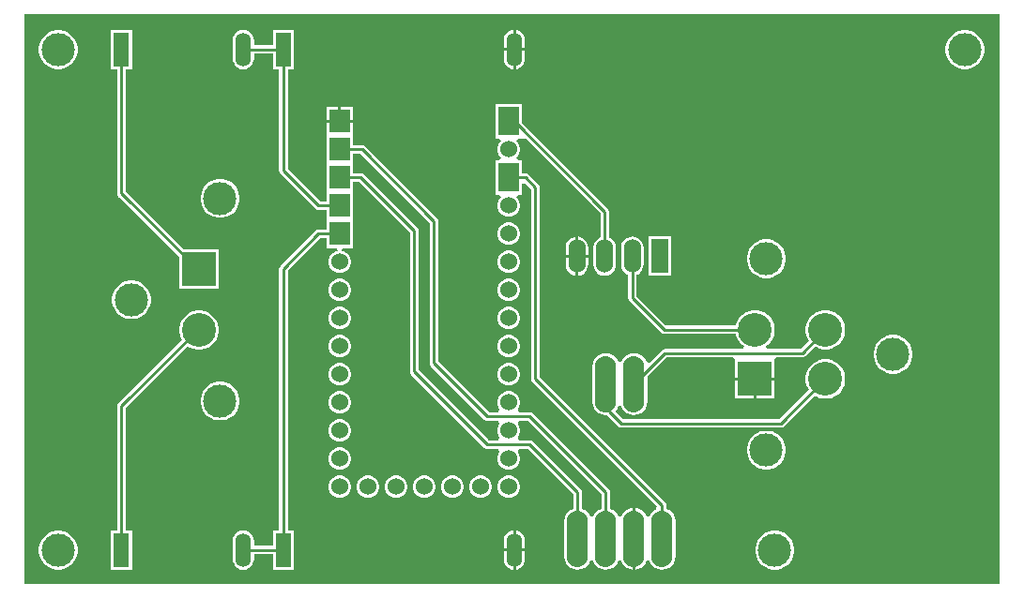
<source format=gbr>
%TF.GenerationSoftware,Altium Limited,Altium Designer,25.1.2 (22)*%
G04 Layer_Physical_Order=2*
G04 Layer_Color=16711680*
%FSLAX45Y45*%
%MOMM*%
%TF.SameCoordinates,C88AD1CA-9631-45E4-BC86-71C5CE7D1C25*%
%TF.FilePolarity,Positive*%
%TF.FileFunction,Copper,L2,Bot,Signal*%
%TF.Part,Single*%
G01*
G75*
%TA.AperFunction,ComponentPad*%
%ADD10C,1.52400*%
%ADD11R,1.89230X2.07010*%
%ADD12R,1.89230X2.60350*%
%ADD13O,1.52400X3.04800*%
%ADD14R,1.52400X3.04800*%
%ADD15R,1.39700X3.04800*%
%ADD16O,1.39700X3.04800*%
%ADD17C,2.99000*%
%ADD18R,3.04800X3.04800*%
%ADD19C,3.04800*%
%TA.AperFunction,ViaPad*%
%ADD20C,3.00000*%
%TA.AperFunction,Conductor*%
%ADD21C,0.25400*%
%TA.AperFunction,ComponentPad*%
%ADD22O,1.90500X5.08000*%
G36*
X9131300Y330200D02*
X330200D01*
Y5473700D01*
X9131300D01*
Y330200D01*
D02*
G37*
%LPC*%
G36*
X4762700Y5333150D02*
Y5168900D01*
X4846072D01*
Y5238750D01*
X4842799Y5263615D01*
X4833201Y5286786D01*
X4817933Y5306683D01*
X4798036Y5321951D01*
X4774865Y5331548D01*
X4762700Y5333150D01*
D02*
G37*
G36*
X4737300D02*
X4725135Y5331548D01*
X4701964Y5321951D01*
X4682067Y5306683D01*
X4666799Y5286786D01*
X4657202Y5263615D01*
X4653928Y5238750D01*
Y5168900D01*
X4737300D01*
Y5333150D01*
D02*
G37*
G36*
X8831075Y5331600D02*
X8796525D01*
X8762638Y5324859D01*
X8730717Y5311637D01*
X8701989Y5292442D01*
X8677558Y5268011D01*
X8658363Y5239283D01*
X8645141Y5207362D01*
X8638400Y5173475D01*
Y5138925D01*
X8645141Y5105038D01*
X8658363Y5073117D01*
X8677558Y5044389D01*
X8701989Y5019958D01*
X8730717Y5000763D01*
X8762638Y4987541D01*
X8796525Y4980800D01*
X8831075D01*
X8864962Y4987541D01*
X8896883Y5000763D01*
X8925611Y5019958D01*
X8950042Y5044389D01*
X8969237Y5073117D01*
X8982459Y5105038D01*
X8989200Y5138925D01*
Y5173475D01*
X8982459Y5207362D01*
X8969237Y5239283D01*
X8950042Y5268011D01*
X8925611Y5292442D01*
X8896883Y5311637D01*
X8864962Y5324859D01*
X8831075Y5331600D01*
D02*
G37*
G36*
X652275D02*
X617725D01*
X583838Y5324859D01*
X551917Y5311637D01*
X523189Y5292442D01*
X498758Y5268011D01*
X479563Y5239283D01*
X466341Y5207362D01*
X459600Y5173475D01*
Y5138925D01*
X466341Y5105038D01*
X479563Y5073117D01*
X498758Y5044389D01*
X523189Y5019958D01*
X551917Y5000763D01*
X583838Y4987541D01*
X617725Y4980800D01*
X652275D01*
X686162Y4987541D01*
X718083Y5000763D01*
X746811Y5019958D01*
X771242Y5044389D01*
X790437Y5073117D01*
X803659Y5105038D01*
X810400Y5138925D01*
Y5173475D01*
X803659Y5207362D01*
X790437Y5239283D01*
X771242Y5268011D01*
X746811Y5292442D01*
X718083Y5311637D01*
X686162Y5324859D01*
X652275Y5331600D01*
D02*
G37*
G36*
X4846072Y5143500D02*
X4762700D01*
Y4979250D01*
X4774865Y4980852D01*
X4798036Y4990449D01*
X4817933Y5005717D01*
X4833201Y5025614D01*
X4842799Y5048785D01*
X4846072Y5073650D01*
Y5143500D01*
D02*
G37*
G36*
X4737300D02*
X4653928D01*
Y5073650D01*
X4657202Y5048785D01*
X4666799Y5025614D01*
X4682067Y5005717D01*
X4701964Y4990449D01*
X4725135Y4980852D01*
X4737300Y4979250D01*
Y5143500D01*
D02*
G37*
G36*
X3295015Y4637405D02*
X3187700D01*
Y4521200D01*
X3295015D01*
Y4637405D01*
D02*
G37*
G36*
X3162300D02*
X3054985D01*
Y4521200D01*
X3162300D01*
Y4637405D01*
D02*
G37*
G36*
X2112726Y3987100D02*
X2078274D01*
X2044484Y3980379D01*
X2012654Y3967195D01*
X1984008Y3948054D01*
X1959647Y3923692D01*
X1940506Y3895046D01*
X1927322Y3863217D01*
X1920600Y3829426D01*
Y3794974D01*
X1927322Y3761184D01*
X1940506Y3729354D01*
X1959647Y3700708D01*
X1984008Y3676346D01*
X2012654Y3657206D01*
X2044484Y3644022D01*
X2078274Y3637300D01*
X2112726D01*
X2146517Y3644022D01*
X2178346Y3657206D01*
X2206993Y3676346D01*
X2231354Y3700708D01*
X2250495Y3729354D01*
X2263679Y3761184D01*
X2270400Y3794974D01*
Y3829426D01*
X2263679Y3863217D01*
X2250495Y3895046D01*
X2231354Y3923692D01*
X2206993Y3948054D01*
X2178346Y3967195D01*
X2146517Y3980379D01*
X2112726Y3987100D01*
D02*
G37*
G36*
X4712376Y3594100D02*
X4685624D01*
X4659784Y3587176D01*
X4636616Y3573800D01*
X4617700Y3554884D01*
X4604324Y3531716D01*
X4597400Y3505876D01*
Y3479124D01*
X4604324Y3453284D01*
X4617700Y3430116D01*
X4636616Y3411200D01*
X4659784Y3397824D01*
X4685624Y3390900D01*
X4712376D01*
X4738216Y3397824D01*
X4761384Y3411200D01*
X4780300Y3430116D01*
X4793676Y3453284D01*
X4800600Y3479124D01*
Y3505876D01*
X4793676Y3531716D01*
X4780300Y3554884D01*
X4761384Y3573800D01*
X4738216Y3587176D01*
X4712376Y3594100D01*
D02*
G37*
G36*
X5327300Y3466305D02*
Y3302000D01*
X5417077D01*
Y3365500D01*
X5413585Y3392023D01*
X5403348Y3416738D01*
X5387062Y3437962D01*
X5365838Y3454248D01*
X5341123Y3464485D01*
X5327300Y3466305D01*
D02*
G37*
G36*
X5301900D02*
X5288077Y3464485D01*
X5263362Y3454248D01*
X5242138Y3437962D01*
X5225852Y3416738D01*
X5215615Y3392023D01*
X5212123Y3365500D01*
Y3302000D01*
X5301900D01*
Y3466305D01*
D02*
G37*
G36*
X4712376Y3340100D02*
X4685624D01*
X4659784Y3333176D01*
X4636616Y3319800D01*
X4617700Y3300884D01*
X4604324Y3277716D01*
X4597400Y3251876D01*
Y3225124D01*
X4604324Y3199284D01*
X4617700Y3176116D01*
X4636616Y3157200D01*
X4659784Y3143824D01*
X4685624Y3136900D01*
X4712376D01*
X4738216Y3143824D01*
X4761384Y3157200D01*
X4780300Y3176116D01*
X4793676Y3199284D01*
X4800600Y3225124D01*
Y3251876D01*
X4793676Y3277716D01*
X4780300Y3300884D01*
X4761384Y3319800D01*
X4738216Y3333176D01*
X4712376Y3340100D01*
D02*
G37*
G36*
X5417077Y3276600D02*
X5327300D01*
Y3112295D01*
X5341123Y3114115D01*
X5365838Y3124352D01*
X5387062Y3140638D01*
X5403348Y3161862D01*
X5413585Y3186577D01*
X5417077Y3213100D01*
Y3276600D01*
D02*
G37*
G36*
X5301900D02*
X5212123D01*
Y3213100D01*
X5215615Y3186577D01*
X5225852Y3161862D01*
X5242138Y3140638D01*
X5263362Y3124352D01*
X5288077Y3114115D01*
X5301900Y3112295D01*
Y3276600D01*
D02*
G37*
G36*
X6166200Y3467100D02*
X5963000D01*
Y3111500D01*
X6166200D01*
Y3467100D01*
D02*
G37*
G36*
X4819015Y4664075D02*
X4578985D01*
Y4352925D01*
X4617820D01*
X4628341Y4327525D01*
X4617700Y4316884D01*
X4604324Y4293716D01*
X4597400Y4267876D01*
Y4241124D01*
X4604324Y4215284D01*
X4617700Y4192116D01*
X4628341Y4181475D01*
X4617820Y4156075D01*
X4578985D01*
Y3844925D01*
X4617820D01*
X4628341Y3819525D01*
X4617700Y3808884D01*
X4604324Y3785716D01*
X4597400Y3759876D01*
Y3733124D01*
X4604324Y3707284D01*
X4617700Y3684116D01*
X4636616Y3665200D01*
X4659784Y3651824D01*
X4685624Y3644900D01*
X4712376D01*
X4738216Y3651824D01*
X4761384Y3665200D01*
X4780300Y3684116D01*
X4793676Y3707284D01*
X4800600Y3733124D01*
Y3759876D01*
X4793676Y3785716D01*
X4780300Y3808884D01*
X4769659Y3819525D01*
X4780180Y3844925D01*
X4819015D01*
Y3942027D01*
X4844415Y3952548D01*
X4901453Y3895510D01*
Y2184400D01*
X4904411Y2169534D01*
X4912831Y2156932D01*
X6036446Y1033317D01*
X6032454Y1004880D01*
X6022454Y1000738D01*
X5997251Y981399D01*
X5977912Y956196D01*
X5970046Y937206D01*
X5942554D01*
X5934688Y956196D01*
X5915349Y981399D01*
X5890146Y1000738D01*
X5860796Y1012895D01*
X5842000Y1015369D01*
Y736600D01*
Y457831D01*
X5860796Y460305D01*
X5890146Y472462D01*
X5915349Y491801D01*
X5934688Y517004D01*
X5942554Y535994D01*
X5970046D01*
X5977912Y517004D01*
X5997251Y491801D01*
X6022454Y472462D01*
X6051804Y460305D01*
X6083300Y456159D01*
X6114796Y460305D01*
X6144146Y472462D01*
X6169349Y491801D01*
X6188688Y517004D01*
X6200845Y546354D01*
X6204991Y577850D01*
Y895350D01*
X6200845Y926846D01*
X6188688Y956196D01*
X6169349Y981399D01*
X6144146Y1000738D01*
X6122147Y1009850D01*
Y1041400D01*
X6119189Y1056266D01*
X6110769Y1068869D01*
X4979147Y2200491D01*
Y3911600D01*
X4976189Y3926466D01*
X4967769Y3939069D01*
X4878869Y4027969D01*
X4866266Y4036389D01*
X4851400Y4039347D01*
X4819015D01*
Y4156075D01*
X4780180D01*
X4769659Y4181475D01*
X4780300Y4192116D01*
X4793676Y4215284D01*
X4800600Y4241124D01*
Y4267876D01*
X4793676Y4293716D01*
X4780300Y4316884D01*
X4769659Y4327525D01*
X4780180Y4352925D01*
X4819015D01*
Y4352925D01*
X4841234Y4362128D01*
X5525753Y3677609D01*
Y3459380D01*
X5513362Y3454248D01*
X5492138Y3437962D01*
X5475852Y3416738D01*
X5465615Y3392023D01*
X5462123Y3365500D01*
Y3213100D01*
X5465615Y3186577D01*
X5475852Y3161862D01*
X5492138Y3140638D01*
X5513362Y3124352D01*
X5538077Y3114115D01*
X5564600Y3110623D01*
X5591123Y3114115D01*
X5615838Y3124352D01*
X5637062Y3140638D01*
X5653348Y3161862D01*
X5663585Y3186577D01*
X5667077Y3213100D01*
Y3365500D01*
X5663585Y3392023D01*
X5653348Y3416738D01*
X5637062Y3437962D01*
X5615838Y3454248D01*
X5603447Y3459380D01*
Y3693700D01*
X5600489Y3708566D01*
X5592069Y3721169D01*
X4819015Y4494222D01*
Y4664075D01*
D02*
G37*
G36*
X7040326Y3441600D02*
X7005874D01*
X6972084Y3434879D01*
X6940254Y3421694D01*
X6911608Y3402554D01*
X6887246Y3378192D01*
X6868106Y3349546D01*
X6854922Y3317717D01*
X6848200Y3283926D01*
Y3249474D01*
X6854922Y3215684D01*
X6868106Y3183854D01*
X6887246Y3155208D01*
X6911608Y3130846D01*
X6940254Y3111706D01*
X6972084Y3098522D01*
X7005874Y3091800D01*
X7040326D01*
X7074116Y3098522D01*
X7105946Y3111706D01*
X7134592Y3130846D01*
X7158954Y3155208D01*
X7178094Y3183854D01*
X7191278Y3215684D01*
X7198000Y3249474D01*
Y3283926D01*
X7191278Y3317717D01*
X7178094Y3349546D01*
X7158954Y3378192D01*
X7134592Y3402554D01*
X7105946Y3421694D01*
X7074116Y3434879D01*
X7040326Y3441600D01*
D02*
G37*
G36*
X1301750Y5334000D02*
X1111250D01*
Y4978400D01*
X1167653D01*
Y3856000D01*
X1170611Y3841134D01*
X1179031Y3828532D01*
X1727700Y3279863D01*
Y2991900D01*
X2083300D01*
Y3347500D01*
X1769937D01*
X1245347Y3872091D01*
Y4978400D01*
X1301750D01*
Y5334000D01*
D02*
G37*
G36*
X4712376Y3086100D02*
X4685624D01*
X4659784Y3079176D01*
X4636616Y3065800D01*
X4617700Y3046884D01*
X4604324Y3023716D01*
X4597400Y2997876D01*
Y2971124D01*
X4604324Y2945284D01*
X4617700Y2922116D01*
X4636616Y2903200D01*
X4659784Y2889824D01*
X4685624Y2882900D01*
X4712376D01*
X4738216Y2889824D01*
X4761384Y2903200D01*
X4780300Y2922116D01*
X4793676Y2945284D01*
X4800600Y2971124D01*
Y2997876D01*
X4793676Y3023716D01*
X4780300Y3046884D01*
X4761384Y3065800D01*
X4738216Y3079176D01*
X4712376Y3086100D01*
D02*
G37*
G36*
X3188376D02*
X3161624D01*
X3135784Y3079176D01*
X3112616Y3065800D01*
X3093700Y3046884D01*
X3080324Y3023716D01*
X3073400Y2997876D01*
Y2971124D01*
X3080324Y2945284D01*
X3093700Y2922116D01*
X3112616Y2903200D01*
X3135784Y2889824D01*
X3161624Y2882900D01*
X3188376D01*
X3214216Y2889824D01*
X3237384Y2903200D01*
X3256300Y2922116D01*
X3269676Y2945284D01*
X3276600Y2971124D01*
Y2997876D01*
X3269676Y3023716D01*
X3256300Y3046884D01*
X3237384Y3065800D01*
X3214216Y3079176D01*
X3188376Y3086100D01*
D02*
G37*
G36*
X1312726Y3071600D02*
X1278274D01*
X1244484Y3064879D01*
X1212654Y3051694D01*
X1184008Y3032554D01*
X1159647Y3008192D01*
X1140506Y2979546D01*
X1127322Y2947716D01*
X1120601Y2913926D01*
Y2879474D01*
X1127322Y2845684D01*
X1140506Y2813854D01*
X1159647Y2785208D01*
X1184008Y2760846D01*
X1212654Y2741706D01*
X1244484Y2728522D01*
X1278274Y2721800D01*
X1312726D01*
X1346517Y2728522D01*
X1378346Y2741706D01*
X1406993Y2760846D01*
X1431354Y2785208D01*
X1450495Y2813854D01*
X1463679Y2845684D01*
X1470400Y2879474D01*
Y2913926D01*
X1463679Y2947716D01*
X1450495Y2979546D01*
X1431354Y3008192D01*
X1406993Y3032554D01*
X1378346Y3051694D01*
X1346517Y3064879D01*
X1312726Y3071600D01*
D02*
G37*
G36*
X4712376Y2832100D02*
X4685624D01*
X4659784Y2825176D01*
X4636616Y2811800D01*
X4617700Y2792884D01*
X4604324Y2769716D01*
X4597400Y2743876D01*
Y2717124D01*
X4604324Y2691284D01*
X4617700Y2668116D01*
X4636616Y2649200D01*
X4659784Y2635824D01*
X4685624Y2628900D01*
X4712376D01*
X4738216Y2635824D01*
X4761384Y2649200D01*
X4780300Y2668116D01*
X4793676Y2691284D01*
X4800600Y2717124D01*
Y2743876D01*
X4793676Y2769716D01*
X4780300Y2792884D01*
X4761384Y2811800D01*
X4738216Y2825176D01*
X4712376Y2832100D01*
D02*
G37*
G36*
X3188376D02*
X3161624D01*
X3135784Y2825176D01*
X3112616Y2811800D01*
X3093700Y2792884D01*
X3080324Y2769716D01*
X3073400Y2743876D01*
Y2717124D01*
X3080324Y2691284D01*
X3093700Y2668116D01*
X3112616Y2649200D01*
X3135784Y2635824D01*
X3161624Y2628900D01*
X3188376D01*
X3214216Y2635824D01*
X3237384Y2649200D01*
X3256300Y2668116D01*
X3269676Y2691284D01*
X3276600Y2717124D01*
Y2743876D01*
X3269676Y2769716D01*
X3256300Y2792884D01*
X3237384Y2811800D01*
X3214216Y2825176D01*
X3188376Y2832100D01*
D02*
G37*
G36*
X5814600Y3467977D02*
X5788077Y3464485D01*
X5763362Y3454248D01*
X5742138Y3437962D01*
X5725852Y3416738D01*
X5715615Y3392023D01*
X5712123Y3365500D01*
Y3213100D01*
X5715615Y3186577D01*
X5725852Y3161862D01*
X5742138Y3140638D01*
X5763362Y3124352D01*
X5775753Y3119220D01*
Y2910300D01*
X5778711Y2895434D01*
X5787131Y2882832D01*
X6073231Y2596731D01*
X6085834Y2588311D01*
X6100700Y2585353D01*
X6747544D01*
X6750133Y2572338D01*
X6763536Y2539980D01*
X6782994Y2510859D01*
X6807759Y2486094D01*
X6821000Y2477247D01*
X6813295Y2451847D01*
X6108700D01*
X6093834Y2448889D01*
X6081231Y2440469D01*
X5970311Y2329548D01*
X5941527Y2336685D01*
X5934688Y2353196D01*
X5915349Y2378399D01*
X5890146Y2397738D01*
X5860796Y2409895D01*
X5829300Y2414041D01*
X5797804Y2409895D01*
X5768454Y2397738D01*
X5743251Y2378399D01*
X5723912Y2353196D01*
X5716046Y2334206D01*
X5688554D01*
X5680688Y2353196D01*
X5661349Y2378399D01*
X5636146Y2397738D01*
X5606796Y2409895D01*
X5575300Y2414041D01*
X5543804Y2409895D01*
X5514454Y2397738D01*
X5489251Y2378399D01*
X5469912Y2353196D01*
X5457755Y2323846D01*
X5453609Y2292350D01*
Y1974850D01*
X5457755Y1943354D01*
X5469912Y1914004D01*
X5489251Y1888801D01*
X5514454Y1869462D01*
X5543804Y1857305D01*
X5575300Y1853159D01*
X5583787Y1854276D01*
X5687531Y1750531D01*
X5700134Y1742111D01*
X5715000Y1739153D01*
X7154900D01*
X7169766Y1742111D01*
X7182368Y1750531D01*
X7460846Y2029009D01*
X7471880Y2021636D01*
X7504238Y2008233D01*
X7538588Y2001400D01*
X7573612D01*
X7607962Y2008233D01*
X7640320Y2021636D01*
X7669441Y2041094D01*
X7694206Y2065859D01*
X7713664Y2094980D01*
X7727067Y2127338D01*
X7733900Y2161688D01*
Y2196712D01*
X7727067Y2231062D01*
X7713664Y2263420D01*
X7694206Y2292541D01*
X7669441Y2317307D01*
X7640320Y2336764D01*
X7607962Y2350167D01*
X7573612Y2357000D01*
X7538588D01*
X7504238Y2350167D01*
X7471880Y2336764D01*
X7442759Y2317307D01*
X7417994Y2292541D01*
X7398536Y2263420D01*
X7385133Y2231062D01*
X7378300Y2196712D01*
Y2161688D01*
X7385133Y2127338D01*
X7398536Y2094980D01*
X7405908Y2083946D01*
X7138809Y1816847D01*
X5731091D01*
X5661213Y1886724D01*
X5661349Y1888802D01*
X5680688Y1914004D01*
X5688554Y1932994D01*
X5716046D01*
X5723912Y1914004D01*
X5743251Y1888801D01*
X5768454Y1869462D01*
X5797804Y1857305D01*
X5829300Y1853159D01*
X5860796Y1857305D01*
X5890146Y1869462D01*
X5915349Y1888801D01*
X5934688Y1914004D01*
X5946845Y1943354D01*
X5950991Y1974850D01*
Y2200354D01*
X6124791Y2374153D01*
X6725005D01*
X6743300Y2357000D01*
X6743300Y2348753D01*
Y2191900D01*
X6921099D01*
X7098900D01*
Y2348753D01*
X7098900Y2357000D01*
X7117195Y2374153D01*
X7344900D01*
X7359766Y2377111D01*
X7372369Y2385531D01*
X7460846Y2474009D01*
X7471880Y2466636D01*
X7504238Y2453233D01*
X7538588Y2446400D01*
X7573612D01*
X7607962Y2453233D01*
X7640320Y2466636D01*
X7669441Y2486094D01*
X7694206Y2510859D01*
X7713664Y2539980D01*
X7727067Y2572338D01*
X7733900Y2606688D01*
Y2641712D01*
X7727067Y2676062D01*
X7713664Y2708420D01*
X7694206Y2737541D01*
X7669441Y2762306D01*
X7640320Y2781764D01*
X7607962Y2795167D01*
X7573612Y2802000D01*
X7538588D01*
X7504238Y2795167D01*
X7471880Y2781764D01*
X7442759Y2762306D01*
X7417994Y2737541D01*
X7398536Y2708420D01*
X7385133Y2676062D01*
X7378300Y2641712D01*
Y2606688D01*
X7385133Y2572338D01*
X7398536Y2539980D01*
X7405908Y2528946D01*
X7328809Y2451847D01*
X7028905D01*
X7021200Y2477247D01*
X7034441Y2486094D01*
X7059206Y2510859D01*
X7078664Y2539980D01*
X7092067Y2572338D01*
X7098900Y2606688D01*
Y2641712D01*
X7092067Y2676062D01*
X7078664Y2708420D01*
X7059206Y2737541D01*
X7034441Y2762306D01*
X7005320Y2781764D01*
X6972962Y2795167D01*
X6938612Y2802000D01*
X6903588D01*
X6869238Y2795167D01*
X6836880Y2781764D01*
X6807759Y2762306D01*
X6782994Y2737541D01*
X6763536Y2708420D01*
X6750133Y2676062D01*
X6747544Y2663046D01*
X6116791D01*
X5853447Y2926391D01*
Y3119220D01*
X5865838Y3124352D01*
X5887062Y3140638D01*
X5903348Y3161862D01*
X5913585Y3186577D01*
X5917077Y3213100D01*
Y3365500D01*
X5913585Y3392023D01*
X5903348Y3416738D01*
X5887062Y3437962D01*
X5865838Y3454248D01*
X5841123Y3464485D01*
X5814600Y3467977D01*
D02*
G37*
G36*
X1923012Y2801500D02*
X1887989D01*
X1853638Y2794667D01*
X1821281Y2781264D01*
X1792159Y2761807D01*
X1767394Y2737041D01*
X1747936Y2707920D01*
X1734533Y2675562D01*
X1727700Y2641212D01*
Y2606188D01*
X1734533Y2571838D01*
X1747936Y2539480D01*
X1750222Y2536059D01*
X1179031Y1964869D01*
X1170611Y1952266D01*
X1167653Y1937400D01*
Y812800D01*
X1111250D01*
Y457200D01*
X1301750D01*
Y812800D01*
X1245347D01*
Y1921309D01*
X1802633Y2478596D01*
X1821281Y2466136D01*
X1853638Y2452733D01*
X1887989Y2445900D01*
X1923012D01*
X1957363Y2452733D01*
X1989720Y2466136D01*
X2018841Y2485594D01*
X2043607Y2510359D01*
X2063065Y2539480D01*
X2076468Y2571838D01*
X2083300Y2606188D01*
Y2641212D01*
X2076468Y2675562D01*
X2063065Y2707920D01*
X2043607Y2737041D01*
X2018841Y2761807D01*
X1989720Y2781264D01*
X1957363Y2794667D01*
X1923012Y2801500D01*
D02*
G37*
G36*
X4712376Y2578100D02*
X4685624D01*
X4659784Y2571176D01*
X4636616Y2557800D01*
X4617700Y2538884D01*
X4604324Y2515716D01*
X4597400Y2489876D01*
Y2463124D01*
X4604324Y2437284D01*
X4617700Y2414116D01*
X4636616Y2395200D01*
X4659784Y2381824D01*
X4685624Y2374900D01*
X4712376D01*
X4738216Y2381824D01*
X4761384Y2395200D01*
X4780300Y2414116D01*
X4793676Y2437284D01*
X4800600Y2463124D01*
Y2489876D01*
X4793676Y2515716D01*
X4780300Y2538884D01*
X4761384Y2557800D01*
X4738216Y2571176D01*
X4712376Y2578100D01*
D02*
G37*
G36*
X3188376D02*
X3161624D01*
X3135784Y2571176D01*
X3112616Y2557800D01*
X3093700Y2538884D01*
X3080324Y2515716D01*
X3073400Y2489876D01*
Y2463124D01*
X3080324Y2437284D01*
X3093700Y2414116D01*
X3112616Y2395200D01*
X3135784Y2381824D01*
X3161624Y2374900D01*
X3188376D01*
X3214216Y2381824D01*
X3237384Y2395200D01*
X3256300Y2414116D01*
X3269676Y2437284D01*
X3276600Y2463124D01*
Y2489876D01*
X3269676Y2515716D01*
X3256300Y2538884D01*
X3237384Y2557800D01*
X3214216Y2571176D01*
X3188376Y2578100D01*
D02*
G37*
G36*
X8183326Y2576600D02*
X8148874D01*
X8115084Y2569879D01*
X8083254Y2556694D01*
X8054608Y2537554D01*
X8030246Y2513192D01*
X8011106Y2484546D01*
X7997922Y2452716D01*
X7991200Y2418926D01*
Y2384474D01*
X7997922Y2350684D01*
X8011106Y2318854D01*
X8030246Y2290208D01*
X8054608Y2265846D01*
X8083254Y2246706D01*
X8115084Y2233522D01*
X8148874Y2226800D01*
X8183326D01*
X8217116Y2233522D01*
X8248946Y2246706D01*
X8277592Y2265846D01*
X8301954Y2290208D01*
X8321094Y2318854D01*
X8334278Y2350684D01*
X8341000Y2384474D01*
Y2418926D01*
X8334278Y2452716D01*
X8321094Y2484546D01*
X8301954Y2513192D01*
X8277592Y2537554D01*
X8248946Y2556694D01*
X8217116Y2569879D01*
X8183326Y2576600D01*
D02*
G37*
G36*
X4712376Y2324100D02*
X4685624D01*
X4659784Y2317176D01*
X4636616Y2303800D01*
X4617700Y2284884D01*
X4604324Y2261716D01*
X4597400Y2235876D01*
Y2209124D01*
X4604324Y2183284D01*
X4617700Y2160116D01*
X4636616Y2141200D01*
X4659784Y2127824D01*
X4685624Y2120900D01*
X4712376D01*
X4738216Y2127824D01*
X4761384Y2141200D01*
X4780300Y2160116D01*
X4793676Y2183284D01*
X4800600Y2209124D01*
Y2235876D01*
X4793676Y2261716D01*
X4780300Y2284884D01*
X4761384Y2303800D01*
X4738216Y2317176D01*
X4712376Y2324100D01*
D02*
G37*
G36*
X3188376D02*
X3161624D01*
X3135784Y2317176D01*
X3112616Y2303800D01*
X3093700Y2284884D01*
X3080324Y2261716D01*
X3073400Y2235876D01*
Y2209124D01*
X3080324Y2183284D01*
X3093700Y2160116D01*
X3112616Y2141200D01*
X3135784Y2127824D01*
X3161624Y2120900D01*
X3188376D01*
X3214216Y2127824D01*
X3237384Y2141200D01*
X3256300Y2160116D01*
X3269676Y2183284D01*
X3276600Y2209124D01*
Y2235876D01*
X3269676Y2261716D01*
X3256300Y2284884D01*
X3237384Y2303800D01*
X3214216Y2317176D01*
X3188376Y2324100D01*
D02*
G37*
G36*
X7098900Y2166500D02*
X6933799D01*
Y2001400D01*
X7098900D01*
Y2166500D01*
D02*
G37*
G36*
X6908399D02*
X6743300D01*
Y2001400D01*
X6908399D01*
Y2166500D01*
D02*
G37*
G36*
X3188376Y2070100D02*
X3161624D01*
X3135784Y2063176D01*
X3112616Y2049800D01*
X3093700Y2030884D01*
X3080324Y2007716D01*
X3073400Y1981876D01*
Y1955124D01*
X3080324Y1929284D01*
X3093700Y1906116D01*
X3112616Y1887200D01*
X3135784Y1873824D01*
X3161624Y1866900D01*
X3188376D01*
X3214216Y1873824D01*
X3237384Y1887200D01*
X3256300Y1906116D01*
X3269676Y1929284D01*
X3276600Y1955124D01*
Y1981876D01*
X3269676Y2007716D01*
X3256300Y2030884D01*
X3237384Y2049800D01*
X3214216Y2063176D01*
X3188376Y2070100D01*
D02*
G37*
G36*
X2112726Y2156100D02*
X2078274D01*
X2044484Y2149378D01*
X2012654Y2136194D01*
X1984008Y2117054D01*
X1959647Y2092692D01*
X1940506Y2064046D01*
X1927322Y2032216D01*
X1920600Y1998426D01*
Y1963974D01*
X1927322Y1930184D01*
X1940506Y1898354D01*
X1959647Y1869708D01*
X1984008Y1845346D01*
X2012654Y1826206D01*
X2044484Y1813022D01*
X2078274Y1806300D01*
X2112726D01*
X2146517Y1813022D01*
X2178346Y1826206D01*
X2206993Y1845346D01*
X2231354Y1869708D01*
X2250495Y1898354D01*
X2263679Y1930184D01*
X2270400Y1963974D01*
Y1998426D01*
X2263679Y2032216D01*
X2250495Y2064046D01*
X2231354Y2092692D01*
X2206993Y2117054D01*
X2178346Y2136194D01*
X2146517Y2149378D01*
X2112726Y2156100D01*
D02*
G37*
G36*
X3188376Y1816100D02*
X3161624D01*
X3135784Y1809176D01*
X3112616Y1795800D01*
X3093700Y1776884D01*
X3080324Y1753716D01*
X3073400Y1727876D01*
Y1701124D01*
X3080324Y1675284D01*
X3093700Y1652116D01*
X3112616Y1633200D01*
X3135784Y1619824D01*
X3161624Y1612900D01*
X3188376D01*
X3214216Y1619824D01*
X3237384Y1633200D01*
X3256300Y1652116D01*
X3269676Y1675284D01*
X3276600Y1701124D01*
Y1727876D01*
X3269676Y1753716D01*
X3256300Y1776884D01*
X3237384Y1795800D01*
X3214216Y1809176D01*
X3188376Y1816100D01*
D02*
G37*
G36*
X7040326Y1711600D02*
X7005874D01*
X6972084Y1704878D01*
X6940254Y1691694D01*
X6911608Y1672554D01*
X6887246Y1648192D01*
X6868106Y1619546D01*
X6854922Y1587716D01*
X6848200Y1553926D01*
Y1519474D01*
X6854922Y1485684D01*
X6868106Y1453854D01*
X6887246Y1425208D01*
X6911608Y1400846D01*
X6940254Y1381706D01*
X6972084Y1368522D01*
X7005874Y1361800D01*
X7040326D01*
X7074116Y1368522D01*
X7105946Y1381706D01*
X7134592Y1400846D01*
X7158954Y1425208D01*
X7178094Y1453854D01*
X7191278Y1485684D01*
X7198000Y1519474D01*
Y1553926D01*
X7191278Y1587716D01*
X7178094Y1619546D01*
X7158954Y1648192D01*
X7134592Y1672554D01*
X7105946Y1691694D01*
X7074116Y1704878D01*
X7040326Y1711600D01*
D02*
G37*
G36*
X3188376Y1562100D02*
X3161624D01*
X3135784Y1555176D01*
X3112616Y1541800D01*
X3093700Y1522884D01*
X3080324Y1499716D01*
X3073400Y1473876D01*
Y1447124D01*
X3080324Y1421284D01*
X3093700Y1398116D01*
X3112616Y1379200D01*
X3135784Y1365824D01*
X3161624Y1358900D01*
X3188376D01*
X3214216Y1365824D01*
X3237384Y1379200D01*
X3256300Y1398116D01*
X3269676Y1421284D01*
X3276600Y1447124D01*
Y1473876D01*
X3269676Y1499716D01*
X3256300Y1522884D01*
X3237384Y1541800D01*
X3214216Y1555176D01*
X3188376Y1562100D01*
D02*
G37*
G36*
X4712376Y1308100D02*
X4685624D01*
X4659784Y1301176D01*
X4636616Y1287800D01*
X4617700Y1268884D01*
X4604324Y1245716D01*
X4597400Y1219876D01*
Y1193124D01*
X4604324Y1167284D01*
X4617700Y1144116D01*
X4636616Y1125200D01*
X4659784Y1111824D01*
X4685624Y1104900D01*
X4712376D01*
X4738216Y1111824D01*
X4761384Y1125200D01*
X4780300Y1144116D01*
X4793676Y1167284D01*
X4800600Y1193124D01*
Y1219876D01*
X4793676Y1245716D01*
X4780300Y1268884D01*
X4761384Y1287800D01*
X4738216Y1301176D01*
X4712376Y1308100D01*
D02*
G37*
G36*
X4458376D02*
X4431624D01*
X4405784Y1301176D01*
X4382616Y1287800D01*
X4363700Y1268884D01*
X4350324Y1245716D01*
X4343400Y1219876D01*
Y1193124D01*
X4350324Y1167284D01*
X4363700Y1144116D01*
X4382616Y1125200D01*
X4405784Y1111824D01*
X4431624Y1104900D01*
X4458376D01*
X4484216Y1111824D01*
X4507384Y1125200D01*
X4526300Y1144116D01*
X4539676Y1167284D01*
X4546600Y1193124D01*
Y1219876D01*
X4539676Y1245716D01*
X4526300Y1268884D01*
X4507384Y1287800D01*
X4484216Y1301176D01*
X4458376Y1308100D01*
D02*
G37*
G36*
X4204376D02*
X4177624D01*
X4151784Y1301176D01*
X4128616Y1287800D01*
X4109700Y1268884D01*
X4096324Y1245716D01*
X4089400Y1219876D01*
Y1193124D01*
X4096324Y1167284D01*
X4109700Y1144116D01*
X4128616Y1125200D01*
X4151784Y1111824D01*
X4177624Y1104900D01*
X4204376D01*
X4230216Y1111824D01*
X4253384Y1125200D01*
X4272300Y1144116D01*
X4285676Y1167284D01*
X4292600Y1193124D01*
Y1219876D01*
X4285676Y1245716D01*
X4272300Y1268884D01*
X4253384Y1287800D01*
X4230216Y1301176D01*
X4204376Y1308100D01*
D02*
G37*
G36*
X3950376D02*
X3923624D01*
X3897784Y1301176D01*
X3874616Y1287800D01*
X3855700Y1268884D01*
X3842324Y1245716D01*
X3835400Y1219876D01*
Y1193124D01*
X3842324Y1167284D01*
X3855700Y1144116D01*
X3874616Y1125200D01*
X3897784Y1111824D01*
X3923624Y1104900D01*
X3950376D01*
X3976216Y1111824D01*
X3999384Y1125200D01*
X4018300Y1144116D01*
X4031676Y1167284D01*
X4038600Y1193124D01*
Y1219876D01*
X4031676Y1245716D01*
X4018300Y1268884D01*
X3999384Y1287800D01*
X3976216Y1301176D01*
X3950376Y1308100D01*
D02*
G37*
G36*
X3696376D02*
X3669624D01*
X3643784Y1301176D01*
X3620616Y1287800D01*
X3601700Y1268884D01*
X3588324Y1245716D01*
X3581400Y1219876D01*
Y1193124D01*
X3588324Y1167284D01*
X3601700Y1144116D01*
X3620616Y1125200D01*
X3643784Y1111824D01*
X3669624Y1104900D01*
X3696376D01*
X3722216Y1111824D01*
X3745384Y1125200D01*
X3764300Y1144116D01*
X3777676Y1167284D01*
X3784600Y1193124D01*
Y1219876D01*
X3777676Y1245716D01*
X3764300Y1268884D01*
X3745384Y1287800D01*
X3722216Y1301176D01*
X3696376Y1308100D01*
D02*
G37*
G36*
X3442376D02*
X3415624D01*
X3389784Y1301176D01*
X3366616Y1287800D01*
X3347700Y1268884D01*
X3334324Y1245716D01*
X3327400Y1219876D01*
Y1193124D01*
X3334324Y1167284D01*
X3347700Y1144116D01*
X3366616Y1125200D01*
X3389784Y1111824D01*
X3415624Y1104900D01*
X3442376D01*
X3468216Y1111824D01*
X3491384Y1125200D01*
X3510300Y1144116D01*
X3523676Y1167284D01*
X3530600Y1193124D01*
Y1219876D01*
X3523676Y1245716D01*
X3510300Y1268884D01*
X3491384Y1287800D01*
X3468216Y1301176D01*
X3442376Y1308100D01*
D02*
G37*
G36*
X3188376D02*
X3161624D01*
X3135784Y1301176D01*
X3112616Y1287800D01*
X3093700Y1268884D01*
X3080324Y1245716D01*
X3073400Y1219876D01*
Y1193124D01*
X3080324Y1167284D01*
X3093700Y1144116D01*
X3112616Y1125200D01*
X3135784Y1111824D01*
X3161624Y1104900D01*
X3188376D01*
X3214216Y1111824D01*
X3237384Y1125200D01*
X3256300Y1144116D01*
X3269676Y1167284D01*
X3276600Y1193124D01*
Y1219876D01*
X3269676Y1245716D01*
X3256300Y1268884D01*
X3237384Y1287800D01*
X3214216Y1301176D01*
X3188376Y1308100D01*
D02*
G37*
G36*
X4762700Y811950D02*
Y647700D01*
X4846072D01*
Y717550D01*
X4842799Y742415D01*
X4833201Y765586D01*
X4817933Y785483D01*
X4798036Y800751D01*
X4774865Y810348D01*
X4762700Y811950D01*
D02*
G37*
G36*
X4737300D02*
X4725135Y810348D01*
X4701964Y800751D01*
X4682067Y785483D01*
X4666799Y765586D01*
X4657202Y742415D01*
X4653928Y717550D01*
Y647700D01*
X4737300D01*
Y811950D01*
D02*
G37*
G36*
X7116575Y810400D02*
X7082025D01*
X7048138Y803659D01*
X7016217Y790437D01*
X6987489Y771242D01*
X6963058Y746811D01*
X6943863Y718083D01*
X6930641Y686162D01*
X6923900Y652275D01*
Y617725D01*
X6930641Y583838D01*
X6943863Y551917D01*
X6963058Y523189D01*
X6987489Y498758D01*
X7016217Y479563D01*
X7048138Y466341D01*
X7082025Y459600D01*
X7116575D01*
X7150462Y466341D01*
X7182383Y479563D01*
X7211111Y498758D01*
X7235542Y523189D01*
X7254737Y551917D01*
X7267959Y583838D01*
X7274700Y617725D01*
Y652275D01*
X7267959Y686162D01*
X7254737Y718083D01*
X7235542Y746811D01*
X7211111Y771242D01*
X7182383Y790437D01*
X7150462Y803659D01*
X7116575Y810400D01*
D02*
G37*
G36*
X652275D02*
X617725D01*
X583838Y803659D01*
X551917Y790437D01*
X523189Y771242D01*
X498758Y746811D01*
X479563Y718083D01*
X466341Y686162D01*
X459600Y652275D01*
Y617725D01*
X466341Y583838D01*
X479563Y551917D01*
X498758Y523189D01*
X523189Y498758D01*
X551917Y479563D01*
X583838Y466341D01*
X617725Y459600D01*
X652275D01*
X686162Y466341D01*
X718083Y479563D01*
X746811Y498758D01*
X771242Y523189D01*
X790437Y551917D01*
X803659Y583838D01*
X810400Y617725D01*
Y652275D01*
X803659Y686162D01*
X790437Y718083D01*
X771242Y746811D01*
X746811Y771242D01*
X718083Y790437D01*
X686162Y803659D01*
X652275Y810400D01*
D02*
G37*
G36*
X4846072Y622300D02*
X4762700D01*
Y458050D01*
X4774865Y459652D01*
X4798036Y469249D01*
X4817933Y484517D01*
X4833201Y504414D01*
X4842799Y527585D01*
X4846072Y552450D01*
Y622300D01*
D02*
G37*
G36*
X4737300D02*
X4653928D01*
Y552450D01*
X4657202Y527585D01*
X4666799Y504414D01*
X4682067Y484517D01*
X4701964Y469249D01*
X4725135Y459652D01*
X4737300Y458050D01*
Y622300D01*
D02*
G37*
G36*
X2306500Y5334822D02*
X2281635Y5331548D01*
X2258464Y5321951D01*
X2238567Y5306683D01*
X2223299Y5286786D01*
X2213701Y5263615D01*
X2210428Y5238750D01*
Y5073650D01*
X2213701Y5048785D01*
X2223299Y5025614D01*
X2238567Y5005717D01*
X2258464Y4990449D01*
X2281635Y4980852D01*
X2306500Y4977578D01*
X2331365Y4980852D01*
X2354536Y4990449D01*
X2374433Y5005717D01*
X2389701Y5025614D01*
X2399298Y5048785D01*
X2402572Y5073650D01*
Y5117353D01*
X2571750D01*
Y4978400D01*
X2628153D01*
Y4064000D01*
X2631111Y4049134D01*
X2639531Y4036531D01*
X2957031Y3719031D01*
X2969634Y3710611D01*
X2984500Y3707653D01*
X3054985D01*
Y3617595D01*
Y3531347D01*
X2984500D01*
X2969634Y3528389D01*
X2957031Y3519969D01*
X2639531Y3202469D01*
X2631111Y3189866D01*
X2628153Y3175000D01*
Y812800D01*
X2571750D01*
Y673847D01*
X2402572D01*
Y717550D01*
X2399298Y742415D01*
X2389701Y765586D01*
X2374433Y785483D01*
X2354536Y800751D01*
X2331365Y810348D01*
X2306500Y813622D01*
X2281635Y810348D01*
X2258464Y800751D01*
X2238567Y785483D01*
X2223299Y765586D01*
X2213701Y742415D01*
X2210428Y717550D01*
Y552450D01*
X2213701Y527585D01*
X2223299Y504414D01*
X2238567Y484517D01*
X2258464Y469249D01*
X2281635Y459652D01*
X2306500Y456378D01*
X2331365Y459652D01*
X2354536Y469249D01*
X2374433Y484517D01*
X2389701Y504414D01*
X2399298Y527585D01*
X2402572Y552450D01*
Y596153D01*
X2571750D01*
Y457200D01*
X2762250D01*
Y812800D01*
X2705847D01*
Y3158909D01*
X3000591Y3453653D01*
X3054985D01*
Y3363595D01*
X3151170D01*
X3154514Y3338195D01*
X3135784Y3333176D01*
X3112616Y3319800D01*
X3093700Y3300884D01*
X3080324Y3277716D01*
X3073400Y3251876D01*
Y3225124D01*
X3080324Y3199284D01*
X3093700Y3176116D01*
X3112616Y3157200D01*
X3135784Y3143824D01*
X3161624Y3136900D01*
X3188376D01*
X3214216Y3143824D01*
X3237384Y3157200D01*
X3256300Y3176116D01*
X3269676Y3199284D01*
X3276600Y3225124D01*
Y3251876D01*
X3269676Y3277716D01*
X3256300Y3300884D01*
X3237384Y3319800D01*
X3214216Y3333176D01*
X3195486Y3338195D01*
X3198830Y3363595D01*
X3295015D01*
Y3617595D01*
Y3871595D01*
Y3961653D01*
X3349409D01*
X3809253Y3501809D01*
Y2247900D01*
X3812211Y2233034D01*
X3820631Y2220432D01*
X4481032Y1560031D01*
X4493634Y1551611D01*
X4508500Y1548653D01*
X4607548D01*
X4618069Y1523253D01*
X4617700Y1522884D01*
X4604324Y1499716D01*
X4597400Y1473876D01*
Y1447124D01*
X4604324Y1421284D01*
X4617700Y1398116D01*
X4636616Y1379200D01*
X4659784Y1365824D01*
X4685624Y1358900D01*
X4712376D01*
X4738216Y1365824D01*
X4761384Y1379200D01*
X4780300Y1398116D01*
X4793676Y1421284D01*
X4800600Y1447124D01*
Y1473876D01*
X4793676Y1499716D01*
X4780300Y1522884D01*
X4779931Y1523253D01*
X4790452Y1548653D01*
X4873410D01*
X5282453Y1139610D01*
Y1009850D01*
X5260454Y1000738D01*
X5235251Y981399D01*
X5215912Y956196D01*
X5203755Y926846D01*
X5199609Y895350D01*
Y577850D01*
X5203755Y546354D01*
X5215912Y517004D01*
X5235251Y491801D01*
X5260454Y472462D01*
X5289804Y460305D01*
X5321300Y456159D01*
X5352796Y460305D01*
X5382146Y472462D01*
X5407349Y491801D01*
X5426688Y517004D01*
X5434554Y535994D01*
X5462046D01*
X5469912Y517004D01*
X5489251Y491801D01*
X5514454Y472462D01*
X5543804Y460305D01*
X5575300Y456159D01*
X5606796Y460305D01*
X5636146Y472462D01*
X5661349Y491801D01*
X5680688Y517004D01*
X5688554Y535994D01*
X5716046D01*
X5723912Y517004D01*
X5743251Y491801D01*
X5768454Y472462D01*
X5797804Y460305D01*
X5816600Y457831D01*
Y736600D01*
Y1015369D01*
X5797804Y1012895D01*
X5768454Y1000738D01*
X5743251Y981399D01*
X5723912Y956196D01*
X5716046Y937206D01*
X5688554D01*
X5680688Y956196D01*
X5661349Y981399D01*
X5636146Y1000738D01*
X5614147Y1009850D01*
Y1155700D01*
X5611189Y1170566D01*
X5602769Y1183169D01*
X4916969Y1868969D01*
X4904366Y1877389D01*
X4889500Y1880347D01*
X4790452D01*
X4779931Y1905747D01*
X4780300Y1906116D01*
X4793676Y1929284D01*
X4800600Y1955124D01*
Y1981876D01*
X4793676Y2007716D01*
X4780300Y2030884D01*
X4761384Y2049800D01*
X4738216Y2063176D01*
X4712376Y2070100D01*
X4685624D01*
X4659784Y2063176D01*
X4636616Y2049800D01*
X4617700Y2030884D01*
X4604324Y2007716D01*
X4597400Y1981876D01*
Y1955124D01*
X4604324Y1929284D01*
X4617700Y1906116D01*
X4618069Y1905747D01*
X4607548Y1880347D01*
X4524591D01*
X4064747Y2340191D01*
Y3606800D01*
X4061789Y3621666D01*
X4053369Y3634269D01*
X3405669Y4281969D01*
X3393066Y4290389D01*
X3378200Y4293347D01*
X3295015D01*
Y4379595D01*
Y4495800D01*
X3054985D01*
Y4379595D01*
Y4125595D01*
Y3871595D01*
Y3785347D01*
X3000591D01*
X2705847Y4080091D01*
Y4978400D01*
X2762250D01*
Y5334000D01*
X2571750D01*
Y5195047D01*
X2402572D01*
Y5238750D01*
X2399298Y5263615D01*
X2389701Y5286786D01*
X2374433Y5306683D01*
X2354536Y5321951D01*
X2331365Y5331548D01*
X2306500Y5334822D01*
D02*
G37*
%LPD*%
G36*
X3987053Y3590709D02*
Y2324100D01*
X3990011Y2309234D01*
X3998431Y2296631D01*
X4481031Y1814031D01*
X4493634Y1805611D01*
X4508500Y1802653D01*
X4607548D01*
X4618069Y1777253D01*
X4617700Y1776884D01*
X4604324Y1753716D01*
X4597400Y1727876D01*
Y1701124D01*
X4604324Y1675284D01*
X4617700Y1652116D01*
X4618069Y1651747D01*
X4607548Y1626347D01*
X4524591D01*
X3886947Y2263991D01*
Y3517900D01*
X3883989Y3532766D01*
X3875569Y3545369D01*
X3392969Y4027969D01*
X3380366Y4036389D01*
X3365500Y4039347D01*
X3295015D01*
Y4125595D01*
Y4215653D01*
X3362109D01*
X3987053Y3590709D01*
D02*
G37*
G36*
X5536453Y1139609D02*
Y1009850D01*
X5514454Y1000738D01*
X5489251Y981399D01*
X5469912Y956196D01*
X5462046Y937206D01*
X5434554D01*
X5426688Y956196D01*
X5407349Y981399D01*
X5382146Y1000738D01*
X5360147Y1009850D01*
Y1155700D01*
X5357189Y1170566D01*
X5348769Y1183169D01*
X4916969Y1614969D01*
X4904366Y1623389D01*
X4889500Y1626347D01*
X4790452D01*
X4779931Y1651747D01*
X4780300Y1652116D01*
X4793676Y1675284D01*
X4800600Y1701124D01*
Y1727876D01*
X4793676Y1753716D01*
X4780300Y1776884D01*
X4779931Y1777253D01*
X4790452Y1802653D01*
X4873409D01*
X5536453Y1139609D01*
D02*
G37*
D10*
X3175000Y1206500D02*
D03*
Y1460500D02*
D03*
Y1714500D02*
D03*
Y1968500D02*
D03*
Y2222500D02*
D03*
Y2476500D02*
D03*
Y2730500D02*
D03*
Y2984500D02*
D03*
Y3238500D02*
D03*
X4699000Y1206500D02*
D03*
Y1460500D02*
D03*
Y1714500D02*
D03*
Y1968500D02*
D03*
Y2222500D02*
D03*
Y2476500D02*
D03*
Y2730500D02*
D03*
Y2984500D02*
D03*
Y3238500D02*
D03*
Y3492500D02*
D03*
Y3746500D02*
D03*
Y4254500D02*
D03*
X3429000Y1206500D02*
D03*
X3683000D02*
D03*
X3937000D02*
D03*
X4191000D02*
D03*
X4445000D02*
D03*
D11*
X3175000Y3492500D02*
D03*
Y3746500D02*
D03*
Y4000500D02*
D03*
Y4254500D02*
D03*
Y4508500D02*
D03*
D12*
X4699000Y4000500D02*
D03*
Y4508500D02*
D03*
D13*
X5314600Y3289300D02*
D03*
X5564600D02*
D03*
X5814600D02*
D03*
D14*
X6064600D02*
D03*
D15*
X2667000Y635000D02*
D03*
X1206500D02*
D03*
X2667000Y5156200D02*
D03*
X1206500D02*
D03*
D16*
X4750000Y635000D02*
D03*
X2306500D02*
D03*
X4750000Y5156200D02*
D03*
X2306500D02*
D03*
D17*
X1295500Y2896700D02*
D03*
X2095500Y3812200D02*
D03*
Y1981200D02*
D03*
X7023100Y3266700D02*
D03*
Y1536700D02*
D03*
X8166100Y2401700D02*
D03*
D18*
X1905500Y3169700D02*
D03*
X6921100Y2179200D02*
D03*
D19*
X1905500Y2623700D02*
D03*
X6921100Y2624200D02*
D03*
X7556100D02*
D03*
Y2179200D02*
D03*
D20*
X635000Y635000D02*
D03*
Y5156200D02*
D03*
X8813800D02*
D03*
X7099300Y635000D02*
D03*
D21*
X5606890Y1886110D02*
Y2102010D01*
Y1886110D02*
X5715000Y1778000D01*
X7154900D01*
X5575300Y2133600D02*
X5606890Y2102010D01*
X5814600Y2910300D02*
Y3289300D01*
Y2910300D02*
X6100700Y2624200D01*
X6921100D01*
X4508500Y1587500D02*
X4889500D01*
X5321300Y1155700D01*
Y736600D02*
Y1155700D01*
X4508500Y1841500D02*
X4889500D01*
X5575300Y1155700D01*
Y736600D02*
Y1155700D01*
X3848100Y2247900D02*
X4508500Y1587500D01*
X3848100Y2247900D02*
Y3517900D01*
X4025900Y2324100D02*
X4508500Y1841500D01*
X4025900Y2324100D02*
Y3606800D01*
X4699000Y4000500D02*
X4851400D01*
X4940300Y2184400D02*
Y3911600D01*
X4851400Y4000500D02*
X4940300Y3911600D01*
X3175000Y4000500D02*
X3365500D01*
X3848100Y3517900D01*
X3175000Y4254500D02*
X3378200D01*
X4025900Y3606800D01*
X2667000Y635000D02*
Y3175000D01*
X2984500Y3492500D01*
X3175000D01*
X2984500Y3746500D02*
X3175000D01*
X2667000Y4064000D02*
Y5156200D01*
Y4064000D02*
X2984500Y3746500D01*
X6108700Y2413000D02*
X7344900D01*
X5829300Y2133600D02*
X6108700Y2413000D01*
X7344900D02*
X7556100Y2624200D01*
X7154900Y1778000D02*
X7556100Y2179200D01*
X6083300Y736600D02*
Y1041400D01*
X4940300Y2184400D02*
X6083300Y1041400D01*
X5564600Y3289300D02*
Y3693700D01*
X4749800Y4508500D02*
X5564600Y3693700D01*
X1206500Y3856000D02*
X1892800Y3169700D01*
X1206500Y3856000D02*
Y5156200D01*
Y1937400D02*
X1892800Y2623700D01*
X1206500Y635000D02*
Y1937400D01*
X2306500Y5156200D02*
X2667000D01*
X2306500Y635000D02*
X2667000D01*
D22*
X6083300Y736600D02*
D03*
X5829300D02*
D03*
X5575300D02*
D03*
X5321300D02*
D03*
X5575300Y2133600D02*
D03*
X5829300D02*
D03*
%TF.MD5,836ff0b37733de323fd3f1dbcae5aa79*%
M02*

</source>
